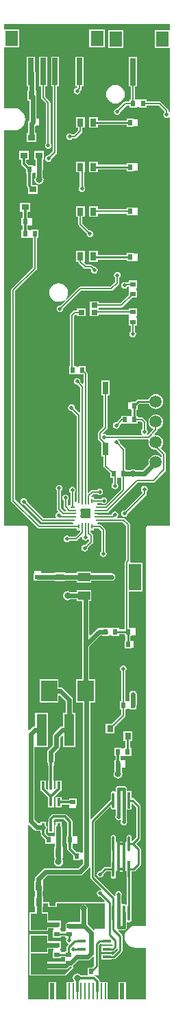
<source format=gtl>
%FSLAX25Y25*%
%MOIN*%
G70*
G01*
G75*
G04 Layer_Physical_Order=1*
G04 Layer_Color=255*
%ADD10R,0.07874X0.10000*%
%ADD11R,0.02756X0.06102*%
%ADD12R,0.02756X0.13386*%
%ADD13R,0.06299X0.07480*%
%ADD14R,0.03150X0.03937*%
%ADD15R,0.03150X0.03543*%
%ADD16R,0.03150X0.03543*%
%ADD17C,0.05906*%
%ADD18R,0.05118X0.15748*%
%ADD19R,0.03150X0.02559*%
%ADD20R,0.02362X0.00787*%
%ADD21R,0.03150X0.00787*%
%ADD22R,0.00787X0.02362*%
%ADD23R,0.00787X0.03150*%
%ADD24R,0.05118X0.05118*%
%ADD25R,0.05906X0.03937*%
%ADD26R,0.05906X0.12992*%
%ADD27R,0.01063X0.07874*%
%ADD28R,0.02362X0.07874*%
%ADD29R,0.02165X0.02559*%
%ADD30R,0.01575X0.03937*%
%ADD31R,0.02362X0.02756*%
%ADD32R,0.03937X0.01575*%
%ADD33R,0.01181X0.07874*%
%ADD34O,0.01181X0.07874*%
%ADD35R,0.02559X0.02165*%
%ADD36R,0.03543X0.03150*%
%ADD37R,0.03543X0.03150*%
%ADD38R,0.02756X0.02362*%
%ADD39R,0.03937X0.03150*%
%ADD40R,0.07874X0.07874*%
%ADD41C,0.00787*%
%ADD42C,0.01000*%
%ADD43C,0.02362*%
%ADD44C,0.01181*%
%ADD45C,0.01575*%
%ADD46C,0.03150*%
%ADD47C,0.01969*%
G36*
X65227Y-381760D02*
Y-396529D01*
X63479Y-398276D01*
X63017Y-398085D01*
Y-396329D01*
X62925Y-395868D01*
X62664Y-395478D01*
X62274Y-395217D01*
X61813Y-395125D01*
X61352Y-395217D01*
X60961Y-395478D01*
X60700Y-395868D01*
X60609Y-396329D01*
Y-398716D01*
X60130Y-398861D01*
X60105Y-398824D01*
X59715Y-398563D01*
X59254Y-398471D01*
X56695D01*
X56234Y-398563D01*
X55843Y-398824D01*
X55818Y-398861D01*
X55340Y-398716D01*
Y-396329D01*
X55248Y-395868D01*
X54987Y-395478D01*
X54596Y-395217D01*
X54136Y-395125D01*
X53675Y-395217D01*
X53284Y-395478D01*
X53023Y-395868D01*
X52931Y-396329D01*
Y-403022D01*
X53023Y-403483D01*
X53024Y-403484D01*
Y-408148D01*
X53023Y-408148D01*
X52931Y-408609D01*
Y-410844D01*
X50131D01*
X50131Y-410844D01*
X49705Y-410928D01*
X49345Y-411170D01*
X49345Y-411170D01*
X47705Y-412809D01*
X47677Y-412804D01*
X47063Y-412926D01*
X46542Y-413274D01*
X46194Y-413795D01*
X46071Y-414409D01*
X46194Y-415024D01*
X46542Y-415545D01*
X47063Y-415893D01*
X47677Y-416015D01*
X48292Y-415893D01*
X48812Y-415545D01*
X49161Y-415024D01*
X49283Y-414409D01*
X49277Y-414382D01*
X50591Y-413068D01*
X52931D01*
Y-415302D01*
X53023Y-415763D01*
X53284Y-416154D01*
X53675Y-416415D01*
X54136Y-416506D01*
X54596Y-416415D01*
X54987Y-416154D01*
X55248Y-415763D01*
X55340Y-415302D01*
Y-412915D01*
X55818Y-412770D01*
X55843Y-412807D01*
X56234Y-413068D01*
X56695Y-413160D01*
X59254D01*
X59715Y-413068D01*
X60105Y-412807D01*
X60153Y-412736D01*
X60632Y-412881D01*
Y-416483D01*
X60701D01*
Y-429048D01*
X60222Y-429193D01*
X60105Y-429018D01*
X59715Y-428757D01*
X59254Y-428665D01*
X58793Y-428757D01*
X58540Y-428925D01*
X58100Y-428689D01*
Y-424844D01*
X58137Y-424788D01*
X58259Y-424173D01*
X58137Y-423559D01*
X57789Y-423038D01*
X57268Y-422690D01*
X56653Y-422568D01*
X56039Y-422690D01*
X55518Y-423038D01*
X55170Y-423559D01*
X55048Y-424173D01*
X55166Y-424767D01*
X54793Y-424967D01*
X54689D01*
X45100Y-415378D01*
Y-389024D01*
X52462Y-381662D01*
X52940Y-381807D01*
X53023Y-382223D01*
X53284Y-382614D01*
X53675Y-382875D01*
X54136Y-382966D01*
X54596Y-382875D01*
X54847Y-382707D01*
X55288Y-382943D01*
Y-385843D01*
X55209Y-385960D01*
X55087Y-386575D01*
X55209Y-387189D01*
X55558Y-387710D01*
X56078Y-388058D01*
X56693Y-388180D01*
X57307Y-388058D01*
X57408Y-387991D01*
X57849Y-388227D01*
D01*
X57770Y-388439D01*
Y-388439D01*
X57648Y-389053D01*
X57770Y-389668D01*
X58118Y-390189D01*
X58639Y-390537D01*
X59254Y-390659D01*
X59868Y-390537D01*
X60389Y-390189D01*
X60737Y-389668D01*
X60859Y-389053D01*
X60737Y-388439D01*
X60659Y-388321D01*
Y-382943D01*
X62994D01*
Y-380181D01*
X63456Y-379990D01*
X65227Y-381760D01*
D02*
G37*
G36*
X81674Y-3789D02*
X74327D01*
Y-12451D01*
X81674D01*
Y-43597D01*
X81523Y-43697D01*
X81082Y-43462D01*
Y-42795D01*
X81006Y-42411D01*
X80788Y-42086D01*
X77443Y-38740D01*
X77118Y-38523D01*
X76733Y-38447D01*
X70264D01*
Y-37481D01*
X66721D01*
Y-37700D01*
X65539D01*
Y-37481D01*
X64771D01*
Y-31381D01*
X65705D01*
Y-16815D01*
X61768D01*
Y-31381D01*
X62764D01*
Y-37481D01*
X61996D01*
Y-38447D01*
X60117D01*
X59797Y-38510D01*
X59733Y-38523D01*
X59407Y-38740D01*
X56140Y-42008D01*
X55984Y-41977D01*
X55370Y-42099D01*
X54849Y-42447D01*
X54501Y-42968D01*
X54379Y-43583D01*
X54501Y-44197D01*
X54849Y-44718D01*
X55370Y-45066D01*
X55984Y-45188D01*
X56599Y-45066D01*
X57120Y-44718D01*
X57468Y-44197D01*
X57590Y-43583D01*
X57559Y-43427D01*
X60533Y-40453D01*
X61996D01*
Y-41418D01*
X65539D01*
Y-41200D01*
X66721D01*
Y-41418D01*
X70264D01*
Y-40453D01*
X76318D01*
X79075Y-43211D01*
Y-43816D01*
X78943Y-43904D01*
X78595Y-44425D01*
X78473Y-45039D01*
X78595Y-45654D01*
X78943Y-46175D01*
X79464Y-46523D01*
X80079Y-46645D01*
X80693Y-46523D01*
X81214Y-46175D01*
X81674Y-46482D01*
Y-245060D01*
X70866D01*
X70482Y-245136D01*
X70157Y-245354D01*
X69939Y-245679D01*
X69863Y-246063D01*
Y-439548D01*
X64961D01*
Y-439521D01*
X63573Y-439704D01*
X62280Y-440239D01*
X61170Y-441091D01*
X60318Y-442202D01*
X59782Y-443495D01*
X59600Y-444882D01*
X59782Y-446270D01*
X60318Y-447563D01*
X61170Y-448673D01*
X62280Y-449525D01*
X63573Y-450060D01*
X64961Y-450243D01*
Y-450216D01*
X69863D01*
Y-475375D01*
X60210D01*
Y-466812D01*
X56666D01*
Y-475375D01*
X51410D01*
Y-466812D01*
X48673D01*
X47556Y-466589D01*
X47464Y-466128D01*
X47203Y-465737D01*
X47203Y-465737D01*
X45496Y-464030D01*
X45105Y-463769D01*
X45105Y-463769D01*
X45105D01*
Y-463743D01*
X45110Y-463698D01*
D01*
X45110D01*
X45110Y-463480D01*
X46900D01*
Y-459980D01*
X46900Y-459980D01*
X46900D01*
X46792Y-459778D01*
X46797Y-459772D01*
X46893Y-459627D01*
X46978Y-459202D01*
X46978Y-459202D01*
X46978Y-459202D01*
Y-459202D01*
Y-448807D01*
X47633Y-448152D01*
X48363D01*
Y-448418D01*
X53481D01*
Y-448418D01*
X53613D01*
X53967Y-448771D01*
Y-449049D01*
X53613Y-449402D01*
X53481D01*
Y-449402D01*
X48363D01*
Y-452158D01*
X53481D01*
Y-451892D01*
X54023D01*
X54023Y-451892D01*
X54449Y-451807D01*
X54809Y-451566D01*
X55865Y-450511D01*
X56154Y-450704D01*
X56203Y-451201D01*
X53996Y-453408D01*
X53481D01*
Y-453142D01*
X48363D01*
Y-455898D01*
X53481D01*
Y-455632D01*
X54456D01*
X54456Y-455632D01*
X54882Y-455547D01*
X55243Y-455306D01*
X58227Y-452322D01*
X58227Y-452322D01*
X58468Y-451961D01*
X58553Y-451535D01*
X58553Y-451535D01*
Y-444488D01*
X58553Y-444488D01*
X58468Y-444063D01*
X58227Y-443702D01*
X56600Y-442075D01*
X56695Y-441602D01*
X59254D01*
X59791Y-441495D01*
X60247Y-441190D01*
X60552Y-440734D01*
X60659Y-440197D01*
X60659Y-440197D01*
X60659Y-440197D01*
Y-440197D01*
Y-437742D01*
X61100Y-437506D01*
X61352Y-437675D01*
X61813Y-437766D01*
X62274Y-437675D01*
X62664Y-437414D01*
X62925Y-437023D01*
X63017Y-436562D01*
Y-429869D01*
X62925Y-429408D01*
X62925Y-429407D01*
Y-416483D01*
X62994D01*
Y-413068D01*
X63832D01*
X63832Y-413068D01*
X64257Y-412983D01*
X64618Y-412742D01*
X67164Y-410196D01*
X67405Y-409835D01*
X67490Y-409410D01*
X67490Y-409410D01*
X67490Y-409410D01*
Y-409409D01*
Y-402402D01*
X67490Y-402402D01*
X67405Y-401976D01*
X67164Y-401615D01*
X65224Y-399676D01*
X67125Y-397775D01*
X67366Y-397415D01*
X67450Y-396989D01*
X67450Y-396989D01*
X67450Y-396989D01*
Y-396989D01*
Y-381299D01*
X67450Y-381299D01*
X67366Y-380874D01*
X67125Y-380513D01*
X64241Y-377630D01*
X63881Y-377389D01*
X63455Y-377304D01*
X63455Y-377304D01*
X62994D01*
Y-373888D01*
X60659D01*
Y-372876D01*
X60552Y-372338D01*
X60247Y-371882D01*
X59791Y-371578D01*
X59254Y-371471D01*
X56695D01*
X56157Y-371578D01*
X55701Y-371882D01*
X55397Y-372338D01*
X55290Y-372876D01*
Y-373890D01*
X54849Y-374125D01*
X54596Y-373957D01*
X54136Y-373865D01*
X53675Y-373957D01*
X53284Y-374218D01*
X53023Y-374608D01*
X52931Y-375069D01*
Y-378048D01*
X43321Y-387658D01*
X42859Y-387467D01*
Y-330861D01*
X45188D01*
Y-319679D01*
X42466D01*
Y-303710D01*
X47910Y-298266D01*
X48586D01*
Y-298429D01*
X52129D01*
Y-298210D01*
X53311D01*
Y-298429D01*
X56854D01*
Y-297580D01*
X59496D01*
Y-298429D01*
X60148D01*
Y-300810D01*
X59587D01*
Y-304550D01*
X62933D01*
Y-304330D01*
X64128D01*
Y-301030D01*
X62933D01*
Y-300810D01*
X62372D01*
Y-298429D01*
X63039D01*
Y-298210D01*
X64830D01*
Y-294710D01*
X63039D01*
Y-294492D01*
X61788D01*
Y-276937D01*
X68265D01*
Y-262763D01*
X62793D01*
X62195Y-262364D01*
X62271Y-261980D01*
Y-244339D01*
X62208Y-244018D01*
X62195Y-243955D01*
X61977Y-243629D01*
X59841Y-241493D01*
X59516Y-241276D01*
X59132Y-241199D01*
X56362D01*
X56057Y-240742D01*
X56405Y-240221D01*
X56527Y-239606D01*
X56405Y-238992D01*
X56057Y-238471D01*
X55536Y-238123D01*
X54921Y-238001D01*
X54307Y-238123D01*
X53786Y-238471D01*
X53438Y-238992D01*
X53316Y-239606D01*
X53301Y-239624D01*
X46400D01*
Y-238482D01*
X51144D01*
X51528Y-238405D01*
X51853Y-238188D01*
X66124Y-223917D01*
X73543D01*
X73927Y-223840D01*
X74253Y-223623D01*
X79457Y-218419D01*
X79674Y-218094D01*
X79751Y-217710D01*
X79751Y-217710D01*
X79751Y-217710D01*
Y-217710D01*
Y-210115D01*
X79687Y-209794D01*
X79674Y-209731D01*
X79457Y-209405D01*
X77310Y-207258D01*
X77337Y-206846D01*
X77905Y-206106D01*
X78262Y-205244D01*
X78384Y-204319D01*
X78262Y-203394D01*
X77905Y-202532D01*
X77337Y-201792D01*
X76597Y-201224D01*
X75735Y-200867D01*
X74810Y-200745D01*
X74264Y-200817D01*
X74043Y-200369D01*
X75520Y-198892D01*
X75737Y-198566D01*
X75814Y-198182D01*
X75814Y-198182D01*
X75814Y-198182D01*
Y-198182D01*
Y-197760D01*
X76597Y-197435D01*
X77337Y-196867D01*
X77905Y-196127D01*
X78262Y-195265D01*
X78384Y-194340D01*
X78262Y-193415D01*
X77905Y-192553D01*
X77337Y-191813D01*
X76597Y-191245D01*
X75735Y-190888D01*
X74810Y-190766D01*
X73885Y-190888D01*
X73023Y-191245D01*
X72283Y-191813D01*
X71715Y-192553D01*
X71358Y-193415D01*
X71236Y-194340D01*
X71358Y-195265D01*
X71715Y-196127D01*
X72283Y-196867D01*
X73023Y-197435D01*
X73396Y-197589D01*
X73493Y-198080D01*
X70907Y-200666D01*
X70422Y-200544D01*
X70357Y-200329D01*
X70387Y-200309D01*
X70735Y-199788D01*
X70858Y-199173D01*
X70735Y-198559D01*
X70387Y-198038D01*
X70256Y-197950D01*
Y-194528D01*
X70179Y-194143D01*
X69962Y-193818D01*
X68714Y-192571D01*
X68389Y-192353D01*
X68005Y-192277D01*
X66091D01*
Y-191411D01*
X65332D01*
Y-188450D01*
X65894D01*
Y-186479D01*
X66741Y-185632D01*
X71435D01*
X71715Y-186307D01*
X72283Y-187047D01*
X73023Y-187615D01*
X73885Y-187972D01*
X74810Y-188094D01*
X75735Y-187972D01*
X76597Y-187615D01*
X77337Y-187047D01*
X77905Y-186307D01*
X78262Y-185445D01*
X78384Y-184520D01*
X78262Y-183595D01*
X77905Y-182733D01*
X77337Y-181993D01*
X76597Y-181425D01*
X75735Y-181068D01*
X74810Y-180946D01*
X73885Y-181068D01*
X73023Y-181425D01*
X72283Y-181993D01*
X71715Y-182733D01*
X71435Y-183408D01*
X66280D01*
X66280Y-183408D01*
X65855Y-183493D01*
X65494Y-183734D01*
X64518Y-184710D01*
X62547D01*
Y-184930D01*
X61352D01*
Y-188230D01*
X62547D01*
Y-188450D01*
X63108D01*
Y-191411D01*
X62548D01*
Y-191630D01*
X61367D01*
Y-191411D01*
X57824D01*
Y-192576D01*
X57682Y-192670D01*
X55746Y-194606D01*
X55590Y-194576D01*
X54976Y-194698D01*
X54455Y-195046D01*
X54107Y-195567D01*
X53985Y-196181D01*
X54107Y-196796D01*
X54455Y-197317D01*
X54976Y-197664D01*
X55590Y-197787D01*
X56205Y-197664D01*
X56726Y-197317D01*
X57074Y-196796D01*
X57196Y-196181D01*
X57165Y-196026D01*
X57842Y-195349D01*
X61367D01*
Y-195130D01*
X62548D01*
Y-195349D01*
X66091D01*
Y-194284D01*
X67589D01*
X68248Y-194943D01*
Y-197950D01*
X68117Y-198038D01*
X67769Y-198559D01*
X67646Y-199173D01*
X67769Y-199788D01*
X68117Y-200309D01*
X68147Y-200329D01*
X68002Y-200807D01*
X50869D01*
X50781Y-200676D01*
X50260Y-200328D01*
X49646Y-200205D01*
X49352Y-200264D01*
X49116Y-199823D01*
X51103Y-197836D01*
X51321Y-197510D01*
X51397Y-197126D01*
X51397Y-197126D01*
X51397Y-197126D01*
Y-197126D01*
Y-181595D01*
X52362D01*
Y-174311D01*
X48425D01*
Y-181595D01*
X49390D01*
Y-196710D01*
X46968Y-199133D01*
X46750Y-199459D01*
X46674Y-199843D01*
X46674Y-199843D01*
X46674D01*
X46674Y-199843D01*
X46674D01*
Y-202626D01*
X46750Y-203010D01*
X46968Y-203336D01*
X48425Y-204794D01*
Y-211319D01*
X49390D01*
Y-215776D01*
X49390Y-215776D01*
X49390D01*
X49467Y-216160D01*
X49684Y-216486D01*
X52526Y-219328D01*
Y-221649D01*
X53918D01*
Y-224249D01*
X53786Y-224337D01*
X53438Y-224858D01*
X53316Y-225472D01*
X53438Y-226087D01*
X53786Y-226608D01*
X54307Y-226956D01*
X54921Y-227078D01*
X55536Y-226956D01*
X56057Y-226608D01*
X56405Y-226087D01*
X56527Y-225472D01*
X56405Y-224858D01*
X56057Y-224337D01*
X55925Y-224249D01*
Y-221649D01*
X56069D01*
Y-221430D01*
X57250D01*
Y-221649D01*
X58019D01*
Y-227216D01*
X50334Y-234900D01*
X46794D01*
X46786Y-234901D01*
X46400Y-234584D01*
Y-233757D01*
X48263D01*
X48351Y-233889D01*
X48872Y-234237D01*
X49486Y-234360D01*
X50101Y-234237D01*
X50621Y-233889D01*
X50970Y-233368D01*
X51092Y-232754D01*
X50970Y-232139D01*
X50621Y-231618D01*
X50101Y-231270D01*
X49486Y-231148D01*
X48872Y-231270D01*
X48351Y-231618D01*
X48263Y-231750D01*
X44628D01*
Y-230982D01*
X43413D01*
X43222Y-230520D01*
X44274Y-229468D01*
X46296D01*
X46384Y-229600D01*
X46905Y-229948D01*
X47520Y-230070D01*
X48134Y-229948D01*
X48655Y-229600D01*
X49003Y-229079D01*
X49125Y-228465D01*
X49003Y-227850D01*
X48655Y-227329D01*
X48134Y-226981D01*
X47520Y-226859D01*
X46905Y-226981D01*
X46384Y-227329D01*
X46296Y-227461D01*
X43858D01*
X43474Y-227537D01*
X43149Y-227755D01*
X41960Y-228944D01*
X41498Y-228752D01*
Y-170852D01*
X41422Y-170468D01*
X41204Y-170143D01*
X40754Y-169692D01*
Y-167371D01*
X37211D01*
Y-167590D01*
X36029D01*
Y-167371D01*
X34862D01*
Y-142896D01*
X35674Y-142084D01*
X36395D01*
Y-142950D01*
X40725D01*
Y-139210D01*
X36395D01*
Y-140076D01*
X35259D01*
X34875Y-140153D01*
X34549Y-140370D01*
X33149Y-141771D01*
X32931Y-142096D01*
X32855Y-142480D01*
X32855Y-142480D01*
X32855D01*
X32855Y-142480D01*
X32855D01*
Y-167371D01*
X32486D01*
Y-171309D01*
X36029D01*
Y-171090D01*
X37211D01*
Y-171309D01*
X39491D01*
Y-175607D01*
X39029Y-175799D01*
X38071Y-174841D01*
X38102Y-174685D01*
X37980Y-174071D01*
X37631Y-173550D01*
X37110Y-173202D01*
X36496Y-173079D01*
X35882Y-173202D01*
X35361Y-173550D01*
X35013Y-174071D01*
X34890Y-174685D01*
X35013Y-175300D01*
X35361Y-175820D01*
X35882Y-176169D01*
X36496Y-176291D01*
X36652Y-176260D01*
X37916Y-177524D01*
Y-189623D01*
X37454Y-189814D01*
X35315Y-187675D01*
X35346Y-187520D01*
X35224Y-186905D01*
X34876Y-186384D01*
X34355Y-186036D01*
X33740Y-185914D01*
X33126Y-186036D01*
X32605Y-186384D01*
X32257Y-186905D01*
X32135Y-187520D01*
X32257Y-188134D01*
X32605Y-188655D01*
X33126Y-189003D01*
X33740Y-189125D01*
X33896Y-189094D01*
X36341Y-191540D01*
Y-232754D01*
X36343Y-232761D01*
X36026Y-233148D01*
X35199D01*
Y-228765D01*
X35331Y-228677D01*
X35679Y-228156D01*
X35801Y-227542D01*
X35679Y-226927D01*
X35331Y-226406D01*
X34810Y-226058D01*
X34195Y-225936D01*
X33581Y-226058D01*
X33060Y-226406D01*
X32712Y-226927D01*
X32590Y-227542D01*
X32712Y-228156D01*
X33060Y-228677D01*
X33192Y-228765D01*
Y-234919D01*
X32424D01*
Y-235154D01*
X32246Y-235228D01*
X31830Y-234950D01*
Y-232601D01*
X31962Y-232513D01*
X32310Y-231992D01*
X32432Y-231378D01*
X32310Y-230764D01*
X31962Y-230243D01*
X31441Y-229894D01*
X30827Y-229772D01*
X30212Y-229894D01*
X29691Y-230243D01*
X29343Y-230764D01*
X29221Y-231378D01*
X29343Y-231992D01*
X29691Y-232513D01*
X29823Y-232601D01*
Y-235630D01*
X29823Y-235630D01*
X29823D01*
X29900Y-236014D01*
X30117Y-236339D01*
X31365Y-237588D01*
X31174Y-238050D01*
X30217D01*
X28720Y-236553D01*
Y-227916D01*
X28852Y-227828D01*
X29200Y-227307D01*
X29322Y-226693D01*
X29200Y-226079D01*
X28852Y-225557D01*
X28331Y-225209D01*
X27716Y-225087D01*
X27102Y-225209D01*
X26581Y-225557D01*
X26233Y-226079D01*
X26111Y-226693D01*
X26233Y-227307D01*
X26581Y-227828D01*
X26713Y-227916D01*
Y-236968D01*
X26789Y-237353D01*
X27007Y-237678D01*
X27282Y-237953D01*
X27136Y-238431D01*
X26905Y-238477D01*
X26384Y-238825D01*
X26036Y-239346D01*
X25914Y-239961D01*
X26036Y-240575D01*
X26159Y-240758D01*
X25923Y-241199D01*
X20099D01*
X12165Y-233266D01*
X12196Y-233110D01*
X12074Y-232496D01*
X11726Y-231975D01*
X11205Y-231627D01*
X10591Y-231505D01*
X9976Y-231627D01*
X9455Y-231975D01*
X9107Y-232496D01*
X8985Y-233110D01*
X9107Y-233725D01*
X9455Y-234246D01*
X9976Y-234594D01*
X10591Y-234716D01*
X10746Y-234685D01*
X18973Y-242912D01*
X19299Y-243130D01*
X19363Y-243143D01*
X19683Y-243206D01*
X34195D01*
X34203Y-243205D01*
X34589Y-243522D01*
Y-244349D01*
X18485D01*
X6476Y-232340D01*
Y-130691D01*
X16604Y-120563D01*
X16821Y-120238D01*
X16898Y-119854D01*
Y-104969D01*
X17666D01*
Y-101031D01*
X14123D01*
Y-101250D01*
X12942D01*
Y-101031D01*
X12374D01*
Y-99019D01*
X12942D01*
Y-98800D01*
X14732D01*
Y-95300D01*
X12942D01*
Y-95082D01*
X12374D01*
Y-92077D01*
X13532D01*
Y-87746D01*
X8808D01*
Y-92077D01*
X9966D01*
Y-95082D01*
X9398D01*
Y-99019D01*
X9966D01*
Y-101031D01*
X9398D01*
Y-104969D01*
X12942D01*
Y-104750D01*
X14123D01*
Y-104969D01*
X14891D01*
Y-119438D01*
X4763Y-129566D01*
X4545Y-129892D01*
X4469Y-130276D01*
X4469Y-130276D01*
X4469D01*
X4469Y-130276D01*
X4469D01*
Y-232756D01*
X4469Y-232756D01*
X4469D01*
X4545Y-233140D01*
X4763Y-233466D01*
X17359Y-246062D01*
X17685Y-246279D01*
X17749Y-246292D01*
X18069Y-246356D01*
X36361D01*
Y-247124D01*
X37916D01*
Y-247909D01*
X35529Y-250296D01*
X32798D01*
X32710Y-250164D01*
X32189Y-249816D01*
X31575Y-249694D01*
X30960Y-249816D01*
X30439Y-250164D01*
X30091Y-250685D01*
X29969Y-251299D01*
X30091Y-251914D01*
X30439Y-252435D01*
X30960Y-252783D01*
X31575Y-252905D01*
X32189Y-252783D01*
X32710Y-252435D01*
X32798Y-252303D01*
X35945D01*
X36329Y-252226D01*
X36654Y-252009D01*
X38468Y-250195D01*
X38909Y-250431D01*
X38889Y-250534D01*
X39011Y-251148D01*
X39359Y-251669D01*
X39880Y-252017D01*
X40494Y-252139D01*
X41109Y-252017D01*
X41630Y-251669D01*
X41746Y-251495D01*
X42225Y-251640D01*
Y-252380D01*
X40313Y-254291D01*
X40157Y-254260D01*
X39543Y-254383D01*
X39022Y-254731D01*
X38674Y-255252D01*
X38552Y-255866D01*
X38674Y-256481D01*
X39022Y-257001D01*
X39543Y-257350D01*
X40157Y-257472D01*
X40772Y-257350D01*
X41293Y-257001D01*
X41641Y-256481D01*
X41763Y-255866D01*
X41732Y-255711D01*
X43938Y-253505D01*
X44155Y-253179D01*
X44232Y-252795D01*
X44232Y-252795D01*
X44232Y-252795D01*
Y-252795D01*
Y-249685D01*
X44168Y-249365D01*
X44155Y-249301D01*
X43938Y-248975D01*
X43073Y-248110D01*
Y-247124D01*
X44628D01*
Y-246356D01*
X47141D01*
X48209Y-247424D01*
Y-257320D01*
X48077Y-257408D01*
X47729Y-257929D01*
X47607Y-258543D01*
X47729Y-259158D01*
X48077Y-259679D01*
X48598Y-260027D01*
X49213Y-260149D01*
X49827Y-260027D01*
X50348Y-259679D01*
X50696Y-259158D01*
X50818Y-258543D01*
X50696Y-257929D01*
X50348Y-257408D01*
X50216Y-257320D01*
Y-247008D01*
X50216Y-247008D01*
X50216Y-247008D01*
Y-247008D01*
X50216D01*
X50216Y-247008D01*
X50140Y-246624D01*
X49922Y-246298D01*
X48267Y-244643D01*
X47941Y-244425D01*
X47557Y-244349D01*
X46400D01*
Y-243522D01*
X46786Y-243205D01*
X46794Y-243206D01*
X58716D01*
X60264Y-244754D01*
Y-261564D01*
X60075Y-261753D01*
X59857Y-262079D01*
X59781Y-262463D01*
X59781Y-262463D01*
X59781D01*
X59781Y-262463D01*
X59781D01*
Y-294492D01*
X59496D01*
Y-295356D01*
X56854D01*
Y-294492D01*
X53311D01*
Y-294710D01*
X52129D01*
Y-294492D01*
X48586D01*
Y-294654D01*
X47162D01*
X46471Y-294791D01*
X45885Y-295183D01*
X42928Y-298139D01*
X42466Y-297948D01*
Y-281464D01*
X43462D01*
Y-276346D01*
X36375D01*
Y-277099D01*
X33076D01*
X32727Y-276865D01*
X31882Y-276697D01*
X31037Y-276865D01*
X30321Y-277344D01*
X29843Y-278060D01*
X29675Y-278905D01*
X29843Y-279750D01*
X30321Y-280466D01*
X31037Y-280945D01*
X31882Y-281113D01*
X32727Y-280945D01*
X33076Y-280712D01*
X36375D01*
Y-281464D01*
X38854D01*
Y-302962D01*
X38854Y-302962D01*
X38854D01*
Y-319679D01*
X36132D01*
Y-330861D01*
X39246D01*
Y-403750D01*
X38100D01*
Y-403532D01*
X36062D01*
X34212Y-401681D01*
Y-399698D01*
X34780D01*
Y-399480D01*
X36570D01*
Y-395980D01*
X34780D01*
Y-395761D01*
X34212D01*
Y-388795D01*
X34212Y-388795D01*
X34120Y-388334D01*
X33859Y-387944D01*
X33859Y-387944D01*
X31442Y-385526D01*
X31051Y-385265D01*
X30591Y-385174D01*
X30591Y-385174D01*
X25001D01*
X24540Y-385265D01*
X24384Y-385370D01*
X24149Y-385526D01*
X24149Y-385526D01*
X22929Y-386747D01*
X22667Y-387138D01*
X22576Y-387599D01*
X22576Y-387599D01*
Y-388983D01*
X22402D01*
Y-394101D01*
X25158D01*
Y-388983D01*
X24984D01*
Y-388098D01*
X25500Y-387582D01*
X30092D01*
X31804Y-389294D01*
Y-395761D01*
X31236D01*
Y-399698D01*
X31804D01*
Y-402180D01*
X31804Y-402180D01*
X31895Y-402641D01*
X32156Y-403031D01*
X34556Y-405431D01*
Y-407469D01*
X38100D01*
Y-407250D01*
X39246D01*
Y-409302D01*
X37126Y-411422D01*
X21181D01*
X20490Y-411559D01*
X19904Y-411951D01*
X16506Y-415349D01*
X16115Y-415935D01*
X15977Y-416626D01*
Y-417571D01*
X15618D01*
Y-422689D01*
X16057D01*
Y-425181D01*
X15698D01*
Y-430299D01*
X16084D01*
Y-432932D01*
X13362D01*
Y-441988D01*
X22418D01*
Y-440586D01*
X24850D01*
Y-441733D01*
X24632D01*
Y-445276D01*
X28569D01*
Y-444616D01*
X30780D01*
Y-445144D01*
X31209D01*
X31445Y-445584D01*
X31194Y-445960D01*
X31071Y-446575D01*
X31194Y-447189D01*
X31542Y-447710D01*
X32063Y-448058D01*
X32067Y-448059D01*
X32213Y-448538D01*
X31646Y-449104D01*
X31405Y-449465D01*
X31321Y-449890D01*
X31321Y-449890D01*
Y-451847D01*
X30580D01*
Y-452390D01*
X28569D01*
Y-451731D01*
X28350D01*
Y-450549D01*
X28569D01*
Y-447006D01*
X26761D01*
X26598Y-446974D01*
X22418D01*
Y-443720D01*
X13362D01*
Y-452775D01*
X13374D01*
Y-454507D01*
X13362D01*
Y-462883D01*
X13337Y-462944D01*
X13362Y-463005D01*
Y-463562D01*
X13747D01*
X14104Y-463710D01*
X30591D01*
X31043Y-463523D01*
X34494Y-460071D01*
X34554Y-459926D01*
X34654Y-459805D01*
X34644Y-459709D01*
X34681Y-459619D01*
X34621Y-459474D01*
X34606Y-459318D01*
X34389Y-458913D01*
X34658Y-458734D01*
X37066Y-456326D01*
X41582D01*
X42274Y-456189D01*
X42860Y-455797D01*
X44292Y-454365D01*
X44754Y-454556D01*
Y-458741D01*
X43734Y-459761D01*
X41566D01*
Y-463678D01*
X38360D01*
X38122Y-463321D01*
X37406Y-462842D01*
X36561Y-462674D01*
X35716Y-462842D01*
X35000Y-463321D01*
X34521Y-464037D01*
X34353Y-464882D01*
X34521Y-465727D01*
X34952Y-466371D01*
X34716Y-466812D01*
X31450D01*
Y-475375D01*
X26194D01*
Y-466812D01*
X22650D01*
Y-475375D01*
X12815D01*
Y-390721D01*
X13276Y-390530D01*
X15566Y-392820D01*
X15566Y-392820D01*
X15566D01*
X15566Y-392820D01*
X15566D01*
X15566Y-392820D01*
Y-392820D01*
Y-392820D01*
D01*
D01*
X15566D01*
Y-392820D01*
X16152Y-393211D01*
X16844Y-393349D01*
X18662D01*
Y-394101D01*
X18836D01*
Y-394992D01*
X18836Y-394992D01*
X18927Y-395453D01*
X19188Y-395844D01*
X20996Y-397651D01*
Y-399689D01*
X24539D01*
Y-399470D01*
X25674D01*
Y-401371D01*
X25311D01*
Y-406489D01*
X25674D01*
Y-407192D01*
X25441Y-407541D01*
X25273Y-408386D01*
X25441Y-409231D01*
X25919Y-409947D01*
X26635Y-410426D01*
X27480Y-410594D01*
X28325Y-410426D01*
X29041Y-409947D01*
X29520Y-409231D01*
X29688Y-408386D01*
X29520Y-407541D01*
X29287Y-407192D01*
Y-406489D01*
X29642D01*
Y-401371D01*
X29287D01*
Y-391582D01*
X29149Y-390891D01*
X28898Y-390515D01*
Y-388983D01*
X26142D01*
Y-390396D01*
X25811Y-390891D01*
X25674Y-391582D01*
Y-395970D01*
X24539D01*
Y-395752D01*
X22502D01*
X21244Y-394493D01*
Y-394101D01*
X21418D01*
Y-392669D01*
X21709Y-392234D01*
X21846Y-391542D01*
X21709Y-390851D01*
X21418Y-390416D01*
Y-388983D01*
X18662D01*
Y-389736D01*
X17592D01*
X15783Y-387927D01*
Y-352688D01*
X16109D01*
Y-352688D01*
X22408D01*
Y-335758D01*
X16109D01*
Y-342417D01*
X15946D01*
X15255Y-342554D01*
X14669Y-342946D01*
X13276Y-344338D01*
X12815Y-344147D01*
Y-246063D01*
X12738Y-245679D01*
X12521Y-245354D01*
X12195Y-245136D01*
X11811Y-245060D01*
X1003D01*
Y-52578D01*
X5906D01*
Y-52605D01*
X7293Y-52422D01*
X8586Y-51887D01*
X9696Y-51035D01*
X10548Y-49924D01*
X11084Y-48632D01*
X11266Y-47244D01*
X11084Y-45857D01*
X10548Y-44564D01*
X9696Y-43453D01*
X8586Y-42601D01*
X7293Y-42066D01*
X5906Y-41883D01*
Y-41910D01*
X1003D01*
Y-12380D01*
X8427D01*
Y-3718D01*
X1003D01*
Y-1003D01*
X81674D01*
Y-3789D01*
D02*
G37*
G36*
X71426Y-203230D02*
X71358Y-203394D01*
X71236Y-204319D01*
X71358Y-205244D01*
X71715Y-206106D01*
X72283Y-206846D01*
X73023Y-207414D01*
X73885Y-207771D01*
X74810Y-207893D01*
X75072Y-207858D01*
X77744Y-210530D01*
Y-211271D01*
X77295Y-211492D01*
X76597Y-210957D01*
X75735Y-210599D01*
X74810Y-210478D01*
X73885Y-210599D01*
X73023Y-210957D01*
X72283Y-211525D01*
X71715Y-212265D01*
X71358Y-213127D01*
X71236Y-214052D01*
X71355Y-214952D01*
X68454Y-217853D01*
X64855D01*
X64506Y-217620D01*
X63661Y-217452D01*
X62817Y-217620D01*
X62467Y-217853D01*
X60794D01*
Y-217711D01*
X60026D01*
Y-207762D01*
X59949Y-207378D01*
X59732Y-207053D01*
X57165Y-204486D01*
X57196Y-204331D01*
X57074Y-203716D01*
X56726Y-203195D01*
X56205Y-202847D01*
X56205Y-202847D01*
X56205D01*
Y-202847D01*
X56208Y-202815D01*
X71148D01*
X71426Y-203230D01*
D02*
G37*
G36*
X24850Y-451731D02*
X24632D01*
Y-455274D01*
X28569D01*
Y-454614D01*
X30580D01*
Y-455193D01*
X30800D01*
Y-456388D01*
X30800Y-456388D01*
X30800D01*
X30848Y-456504D01*
X30378Y-456974D01*
X17890D01*
X17199Y-457111D01*
X16613Y-457503D01*
X16221Y-458089D01*
X16084Y-458780D01*
X16221Y-459471D01*
X16613Y-460057D01*
X17199Y-460449D01*
X17890Y-460586D01*
X31127D01*
X31818Y-460449D01*
X32404Y-460057D01*
X33198Y-459263D01*
X33381D01*
X33806Y-459178D01*
X34042Y-459619D01*
X30591Y-463071D01*
X14104D01*
X13976Y-462944D01*
X14014Y-462907D01*
Y-452775D01*
X22418D01*
Y-450586D01*
X24850D01*
Y-451731D01*
D02*
G37*
G36*
X50000Y-441024D02*
X44961D01*
Y-441398D01*
X44499Y-441590D01*
X41609Y-438701D01*
Y-431063D01*
X41472Y-430372D01*
X41080Y-429786D01*
X40494Y-429394D01*
X39803Y-429257D01*
X39112Y-429394D01*
X38526Y-429786D01*
X38134Y-430372D01*
X37997Y-431063D01*
Y-437727D01*
X32650D01*
X31959Y-437864D01*
X31373Y-438256D01*
X30981Y-438842D01*
X30844Y-439533D01*
X30981Y-440225D01*
X31104Y-440408D01*
X31000Y-440602D01*
X31000D01*
X31000Y-440602D01*
Y-441797D01*
X30780D01*
Y-442392D01*
X28569D01*
Y-441733D01*
X28350D01*
Y-440552D01*
X28569D01*
Y-437008D01*
X26774D01*
X26600Y-436974D01*
X22418D01*
Y-432932D01*
X19696D01*
Y-430299D01*
X20029D01*
Y-428504D01*
X22391D01*
Y-430299D01*
X26722D01*
Y-428504D01*
X50000D01*
Y-441024D01*
D02*
G37*
G36*
X42876Y-411371D02*
Y-415838D01*
X42876Y-415838D01*
X42961Y-416264D01*
X43202Y-416625D01*
X48212Y-421635D01*
X47976Y-422076D01*
X47677Y-422016D01*
X47063Y-422139D01*
X46542Y-422487D01*
X46194Y-423008D01*
X46071Y-423622D01*
X46194Y-424236D01*
X46542Y-424757D01*
X47063Y-425105D01*
X47677Y-425228D01*
X47705Y-425222D01*
X49885Y-427403D01*
X49694Y-427865D01*
X26722D01*
X26270Y-428052D01*
X26083Y-428504D01*
Y-429660D01*
X23030D01*
Y-428504D01*
X22843Y-428052D01*
X22391Y-427865D01*
X20029D01*
Y-425181D01*
X19670D01*
Y-422689D01*
X19949D01*
Y-417571D01*
X19949D01*
X19949Y-417015D01*
X21929Y-415035D01*
X37874D01*
X38565Y-414897D01*
X39151Y-414506D01*
X42329Y-411328D01*
X42398Y-411225D01*
X42876Y-411371D01*
D02*
G37*
%LPC*%
G36*
X69252Y-225599D02*
X68638Y-225721D01*
X68117Y-226069D01*
X67769Y-226590D01*
X67646Y-227205D01*
X67769Y-227819D01*
X68117Y-228340D01*
X68248Y-228428D01*
Y-228954D01*
X59762Y-237441D01*
X59606Y-237410D01*
X58992Y-237532D01*
X58471Y-237880D01*
X58123Y-238401D01*
X58001Y-239016D01*
X58123Y-239630D01*
X58471Y-240151D01*
X58992Y-240499D01*
X59606Y-240621D01*
X60221Y-240499D01*
X60742Y-240151D01*
X61090Y-239630D01*
X61212Y-239016D01*
X61181Y-238860D01*
X69962Y-230080D01*
X70179Y-229754D01*
X70256Y-229370D01*
X70256Y-229370D01*
X70256Y-229370D01*
Y-229370D01*
Y-228428D01*
X70387Y-228340D01*
X70735Y-227819D01*
X70858Y-227205D01*
X70735Y-226590D01*
X70387Y-226069D01*
X69866Y-225721D01*
X69252Y-225599D01*
D02*
G37*
G36*
X56063Y-121505D02*
X55449Y-121627D01*
X54928Y-121975D01*
X54580Y-122496D01*
X54457Y-123110D01*
X54580Y-123725D01*
X54928Y-124246D01*
X55059Y-124334D01*
Y-126395D01*
X52734Y-128721D01*
X37874D01*
X37554Y-128785D01*
X37490Y-128797D01*
X37164Y-129015D01*
X31295Y-134884D01*
X30919Y-134554D01*
Y-134554D01*
X30919Y-134554D01*
D01*
X31514Y-133779D01*
X31970Y-132678D01*
X32126Y-131496D01*
X31970Y-130314D01*
X31514Y-129213D01*
X30788Y-128267D01*
X29842Y-127541D01*
X28741Y-127085D01*
X27559Y-126929D01*
X26377Y-127085D01*
X25276Y-127541D01*
X24330Y-128267D01*
X23604Y-129213D01*
X23148Y-130314D01*
X22992Y-131496D01*
X23148Y-132678D01*
X23604Y-133779D01*
X24330Y-134725D01*
X25276Y-135451D01*
X26377Y-135907D01*
X27559Y-136063D01*
X28741Y-135907D01*
X29842Y-135451D01*
X30617Y-134856D01*
X30947Y-135232D01*
X28305Y-137874D01*
X28150Y-137843D01*
X27535Y-137965D01*
X27014Y-138313D01*
X26666Y-138834D01*
X26544Y-139449D01*
X26666Y-140063D01*
X27014Y-140584D01*
X27535Y-140932D01*
X28150Y-141054D01*
X28764Y-140932D01*
X29285Y-140584D01*
X29633Y-140063D01*
X29755Y-139449D01*
X29724Y-139293D01*
X38290Y-130728D01*
X53150D01*
X53534Y-130651D01*
X53859Y-130434D01*
X56773Y-127521D01*
X56990Y-127195D01*
X57003Y-127131D01*
X57067Y-126811D01*
Y-124334D01*
X57198Y-124246D01*
X57546Y-123725D01*
X57669Y-123110D01*
X57546Y-122496D01*
X57198Y-121975D01*
X56677Y-121627D01*
X56063Y-121505D01*
D02*
G37*
G36*
X40302Y-111344D02*
X35971D01*
Y-116462D01*
X37133D01*
Y-116523D01*
X37210Y-116907D01*
X37427Y-117232D01*
X39960Y-119765D01*
X39960D01*
X39960Y-119765D01*
X39960D01*
X39960Y-119765D01*
Y-119765D01*
X39960Y-119765D01*
Y-119765D01*
X40285Y-119982D01*
X40669Y-120059D01*
X42970D01*
X43386Y-120474D01*
X43355Y-120630D01*
X43477Y-121244D01*
X43825Y-121765D01*
X44346Y-122113D01*
X44961Y-122236D01*
X45575Y-122113D01*
X46096Y-121765D01*
X46444Y-121244D01*
X46566Y-120630D01*
X46444Y-120016D01*
X46096Y-119495D01*
X45575Y-119147D01*
X44961Y-119024D01*
X44805Y-119055D01*
X44095Y-118345D01*
X43770Y-118128D01*
X43386Y-118052D01*
X41085D01*
X39957Y-116924D01*
X40148Y-116462D01*
X40302D01*
Y-111344D01*
D02*
G37*
G36*
X65518Y-125716D02*
X61581D01*
Y-126484D01*
X60128D01*
X60036Y-126503D01*
X59595Y-126415D01*
X58981Y-126537D01*
X58460Y-126885D01*
X58112Y-127406D01*
X57990Y-128021D01*
X58112Y-128635D01*
X58460Y-129156D01*
X58981Y-129504D01*
X59595Y-129626D01*
X60210Y-129504D01*
X60731Y-129156D01*
X61079Y-128635D01*
X61084Y-128610D01*
X61581Y-128658D01*
Y-129259D01*
X61800D01*
Y-130441D01*
X61581D01*
Y-132762D01*
X57613Y-136730D01*
X47025D01*
Y-135863D01*
X42694D01*
Y-139604D01*
Y-142950D01*
X47025D01*
Y-142071D01*
X61581D01*
Y-142840D01*
X61800D01*
Y-144021D01*
X61581D01*
Y-147564D01*
X62618D01*
Y-150391D01*
X62487Y-150479D01*
X62139Y-151000D01*
X62016Y-151614D01*
X62139Y-152229D01*
X62487Y-152750D01*
X63008Y-153098D01*
X63622Y-153220D01*
X64236Y-153098D01*
X64757Y-152750D01*
X65105Y-152229D01*
X65228Y-151614D01*
X65105Y-151000D01*
X64757Y-150479D01*
X64626Y-150391D01*
Y-147564D01*
X65518D01*
Y-144021D01*
X65300D01*
Y-142840D01*
X65518D01*
Y-139296D01*
X61581D01*
Y-140064D01*
X47025D01*
Y-139604D01*
Y-138737D01*
X58029D01*
X58413Y-138661D01*
X58738Y-138443D01*
X63198Y-133984D01*
X65518D01*
Y-130441D01*
X65300D01*
Y-129259D01*
X65518D01*
Y-125716D01*
D02*
G37*
G36*
X63357Y-344928D02*
X59026D01*
Y-349652D01*
X59990D01*
Y-353051D01*
X59331D01*
Y-353270D01*
X58149D01*
Y-353051D01*
X54606D01*
Y-356989D01*
X55174D01*
Y-358741D01*
X54696D01*
Y-360231D01*
X54611Y-360660D01*
Y-364436D01*
X54378Y-364785D01*
X54210Y-365630D01*
X54378Y-366475D01*
X54856Y-367191D01*
X55572Y-367670D01*
X56417Y-367838D01*
X57262Y-367670D01*
X57978Y-367191D01*
X58457Y-366475D01*
X58625Y-365630D01*
X58457Y-364785D01*
X58224Y-364436D01*
Y-362679D01*
X58239D01*
Y-362460D01*
X60030D01*
Y-358960D01*
X58239D01*
Y-358741D01*
X57582D01*
Y-356989D01*
X58149D01*
Y-356770D01*
X59331D01*
Y-356989D01*
X62874D01*
Y-353051D01*
X62214D01*
Y-349652D01*
X63357D01*
Y-344928D01*
D02*
G37*
G36*
X28898Y-376779D02*
X26142D01*
Y-381897D01*
X28898D01*
Y-380542D01*
X32570D01*
Y-381016D01*
X32790D01*
Y-382212D01*
X32840Y-382162D01*
X36090D01*
Y-381016D01*
X36310D01*
Y-377670D01*
X32570D01*
Y-378133D01*
X28898D01*
Y-376779D01*
D02*
G37*
G36*
X27471Y-319679D02*
X18416D01*
Y-330861D01*
X27471D01*
Y-327687D01*
X27933Y-327495D01*
X30838Y-330400D01*
Y-335758D01*
X29495D01*
Y-342417D01*
X29341D01*
X28650Y-342554D01*
X28064Y-342946D01*
X25179Y-345830D01*
X24788Y-346416D01*
X24650Y-347107D01*
Y-351497D01*
X22503Y-353644D01*
X22111Y-354230D01*
X21974Y-354922D01*
Y-359158D01*
X22111Y-359849D01*
X22402Y-360284D01*
Y-361717D01*
X22576D01*
Y-368803D01*
X22402D01*
Y-372920D01*
X21940Y-373111D01*
X21418Y-372589D01*
Y-368803D01*
X18662D01*
Y-373921D01*
X19344D01*
X22402Y-376979D01*
Y-381897D01*
X25158D01*
Y-376979D01*
X28216Y-373921D01*
X28898D01*
Y-368803D01*
X26142D01*
Y-372589D01*
X25620Y-373111D01*
X25158Y-372920D01*
Y-368803D01*
X24984D01*
Y-361717D01*
X25158D01*
Y-360284D01*
X25449Y-359849D01*
X25586Y-359158D01*
Y-355670D01*
X27734Y-353522D01*
X28126Y-352936D01*
X28263Y-352245D01*
X28263Y-352245D01*
X28263Y-352245D01*
Y-352245D01*
Y-347856D01*
X29033Y-347086D01*
X29495Y-347277D01*
Y-352688D01*
X35794D01*
Y-335758D01*
X34451D01*
Y-329652D01*
X34313Y-328961D01*
X33922Y-328375D01*
X29539Y-323993D01*
X28953Y-323601D01*
X28262Y-323464D01*
X27471D01*
Y-319679D01*
D02*
G37*
G36*
X18980Y-266972D02*
X15680D01*
Y-268167D01*
X15460D01*
Y-271514D01*
X16641D01*
X16648Y-271519D01*
X17340Y-271656D01*
X25591D01*
Y-272012D01*
X30709D01*
Y-271656D01*
X36375D01*
Y-272409D01*
X43462D01*
Y-271656D01*
X53236D01*
X53927Y-271519D01*
X54513Y-271127D01*
X54905Y-270541D01*
X55042Y-269850D01*
X54905Y-269159D01*
X54513Y-268573D01*
X53927Y-268181D01*
X53236Y-268044D01*
X43462D01*
Y-267291D01*
X36375D01*
Y-268044D01*
X30709D01*
Y-267681D01*
X25591D01*
Y-268044D01*
X18980D01*
Y-266972D01*
D02*
G37*
G36*
X58958Y-312822D02*
X58343Y-312945D01*
X57822Y-313293D01*
X57474Y-313814D01*
X57352Y-314428D01*
X57474Y-315042D01*
X57822Y-315563D01*
X57954Y-315651D01*
Y-330161D01*
X57186D01*
Y-334099D01*
X57954D01*
Y-336706D01*
X53473Y-341188D01*
X50365D01*
Y-345912D01*
X54695D01*
Y-342804D01*
X59667Y-337832D01*
X59885Y-337506D01*
X59898Y-337442D01*
X59961Y-337122D01*
Y-334099D01*
X60729D01*
Y-333880D01*
X61911D01*
Y-334099D01*
X65454D01*
Y-332305D01*
X65489Y-332130D01*
Y-326989D01*
X65351Y-326298D01*
X64960Y-325712D01*
X64373Y-325320D01*
X63682Y-325183D01*
X62991Y-325320D01*
X62405Y-325712D01*
X62013Y-326298D01*
X61876Y-326989D01*
Y-330380D01*
X60729D01*
Y-330161D01*
X59961D01*
Y-315651D01*
X60093Y-315563D01*
X60441Y-315042D01*
X60563Y-314428D01*
X60441Y-313814D01*
X60093Y-313293D01*
X59572Y-312945D01*
X58958Y-312822D01*
D02*
G37*
G36*
X46601Y-111344D02*
X42271D01*
Y-116462D01*
X46601D01*
Y-115452D01*
X60576D01*
Y-116308D01*
X64119D01*
Y-116090D01*
X65910D01*
Y-112590D01*
X64119D01*
Y-112372D01*
X60576D01*
Y-113228D01*
X46601D01*
Y-111344D01*
D02*
G37*
G36*
Y-46274D02*
X42271D01*
Y-51392D01*
X46601D01*
Y-50002D01*
X60576D01*
Y-50858D01*
X64119D01*
Y-50640D01*
X65910D01*
Y-47140D01*
X64119D01*
Y-46922D01*
X60576D01*
Y-47778D01*
X46601D01*
Y-46274D01*
D02*
G37*
G36*
X40302D02*
X35971D01*
Y-51392D01*
X37133D01*
Y-52589D01*
X35017Y-54705D01*
X34137D01*
X34049Y-54573D01*
X33528Y-54225D01*
X32913Y-54103D01*
X32299Y-54225D01*
X31778Y-54573D01*
X31430Y-55094D01*
X31308Y-55709D01*
X31430Y-56323D01*
X31778Y-56844D01*
X32299Y-57192D01*
X32913Y-57314D01*
X33528Y-57192D01*
X34049Y-56844D01*
X34137Y-56712D01*
X35433D01*
X35817Y-56636D01*
X36143Y-56418D01*
X38846Y-53715D01*
X39064Y-53389D01*
X39140Y-53005D01*
Y-51392D01*
X40302D01*
Y-46274D01*
D02*
G37*
G36*
X15947Y-16744D02*
X12010D01*
Y-31310D01*
X12550D01*
Y-33071D01*
X12191D01*
Y-38189D01*
X13203D01*
Y-47812D01*
X13033Y-47982D01*
X12641Y-48568D01*
X12504Y-49260D01*
Y-53985D01*
X11948D01*
Y-58315D01*
X16672D01*
Y-53985D01*
X16116D01*
Y-50430D01*
X16683D01*
Y-50210D01*
X17878D01*
Y-46910D01*
X16816D01*
Y-36283D01*
X16679Y-35592D01*
X16522Y-35357D01*
Y-33071D01*
X16163D01*
Y-24405D01*
X16025Y-23714D01*
X15947Y-23596D01*
Y-16744D01*
D02*
G37*
G36*
X55118Y-30473D02*
X53936Y-30628D01*
X52835Y-31085D01*
X51889Y-31810D01*
X51163Y-32756D01*
X50707Y-33858D01*
X50551Y-35039D01*
X50707Y-36221D01*
X51163Y-37323D01*
X51889Y-38269D01*
X52835Y-38994D01*
X53936Y-39450D01*
X55118Y-39606D01*
X56300Y-39450D01*
X57402Y-38994D01*
X58347Y-38269D01*
X59073Y-37323D01*
X59529Y-36221D01*
X59685Y-35039D01*
X59529Y-33858D01*
X59073Y-32756D01*
X58347Y-31810D01*
X57402Y-31085D01*
X56300Y-30628D01*
X55118Y-30473D01*
D02*
G37*
G36*
X49923Y-3718D02*
X42443D01*
Y-12380D01*
X49923D01*
Y-3718D01*
D02*
G37*
G36*
X59012Y-3789D02*
X51531D01*
Y-12451D01*
X59012D01*
Y-3789D01*
D02*
G37*
G36*
X39569Y-16744D02*
X35632D01*
Y-31310D01*
X36597D01*
Y-31816D01*
X36496Y-31898D01*
X35882Y-32021D01*
X35361Y-32369D01*
X35013Y-32890D01*
X34890Y-33504D01*
X35013Y-34118D01*
X35361Y-34639D01*
X35882Y-34987D01*
X36496Y-35110D01*
X37110Y-34987D01*
X37631Y-34639D01*
X37980Y-34118D01*
X38102Y-33504D01*
X38071Y-33348D01*
X38310Y-33109D01*
X38527Y-32784D01*
X38604Y-32400D01*
Y-31310D01*
X39569D01*
Y-16744D01*
D02*
G37*
G36*
X40292Y-67864D02*
X35961D01*
Y-72982D01*
X37815D01*
Y-79761D01*
X37683Y-79849D01*
X37336Y-80370D01*
X37213Y-80984D01*
X37336Y-81599D01*
X37683Y-82120D01*
X38204Y-82468D01*
X38819Y-82590D01*
X39433Y-82468D01*
X39954Y-82120D01*
X40302Y-81599D01*
X40424Y-80984D01*
X40302Y-80370D01*
X39954Y-79849D01*
X39822Y-79761D01*
Y-72982D01*
X40292D01*
Y-67864D01*
D02*
G37*
G36*
X46601Y-89514D02*
X42271D01*
Y-94632D01*
X46601D01*
Y-93073D01*
X60576D01*
Y-94038D01*
X64119D01*
Y-93820D01*
X65910D01*
Y-90320D01*
X64119D01*
Y-90101D01*
X60576D01*
Y-91066D01*
X46601D01*
Y-89514D01*
D02*
G37*
G36*
X40302D02*
X35971D01*
Y-94632D01*
X37133D01*
Y-98334D01*
X37133Y-98334D01*
X37133D01*
X37210Y-98718D01*
X37427Y-99043D01*
X41221Y-102837D01*
X41190Y-102992D01*
X41312Y-103607D01*
X41660Y-104128D01*
X42181Y-104476D01*
X42795Y-104598D01*
X43410Y-104476D01*
X43931Y-104128D01*
X44279Y-103607D01*
X44401Y-102992D01*
X44279Y-102378D01*
X43931Y-101857D01*
X43410Y-101509D01*
X42795Y-101386D01*
X42640Y-101417D01*
X39140Y-97918D01*
Y-94632D01*
X40302D01*
Y-89514D01*
D02*
G37*
G36*
X46591Y-67864D02*
X42261D01*
Y-72982D01*
X46591D01*
Y-71572D01*
X60576D01*
Y-72429D01*
X64119D01*
Y-72210D01*
X65910D01*
Y-68710D01*
X64119D01*
Y-68492D01*
X60576D01*
Y-69348D01*
X46591D01*
Y-67864D01*
D02*
G37*
G36*
X21852Y-16744D02*
X17915D01*
Y-31310D01*
X18880D01*
Y-36537D01*
X18957Y-36921D01*
X19174Y-37247D01*
X21477Y-39549D01*
Y-58776D01*
X21345Y-58865D01*
X20997Y-59386D01*
X20875Y-60000D01*
X20997Y-60615D01*
X21345Y-61135D01*
X21866Y-61483D01*
X22480Y-61606D01*
X23095Y-61483D01*
X23616Y-61135D01*
X23964Y-60615D01*
X24086Y-60000D01*
X23964Y-59386D01*
X23616Y-58865D01*
X23484Y-58776D01*
Y-39134D01*
X23407Y-38750D01*
X23190Y-38424D01*
X20887Y-36122D01*
Y-31310D01*
X21852D01*
Y-16744D01*
D02*
G37*
G36*
X27758D02*
X23821D01*
Y-31310D01*
X24786D01*
Y-62693D01*
X22754Y-64724D01*
X22598Y-64694D01*
X21984Y-64816D01*
X21463Y-65164D01*
X21115Y-65685D01*
X20993Y-66299D01*
X21115Y-66914D01*
X21463Y-67435D01*
X21984Y-67783D01*
X22598Y-67905D01*
X23213Y-67783D01*
X23734Y-67435D01*
X24082Y-66914D01*
X24204Y-66299D01*
X24173Y-66144D01*
X26499Y-63818D01*
X26716Y-63492D01*
X26793Y-63108D01*
X26793Y-63108D01*
X26793Y-63108D01*
Y-63108D01*
Y-31310D01*
X27758D01*
Y-16744D01*
D02*
G37*
G36*
X20412Y-62646D02*
X15688D01*
Y-66977D01*
X16236D01*
Y-69900D01*
X15089D01*
Y-69682D01*
X13052D01*
X11774Y-68403D01*
Y-66977D01*
X12932D01*
Y-62646D01*
X8208D01*
Y-66977D01*
X9366D01*
Y-68902D01*
X9366Y-68902D01*
X9457Y-69363D01*
X9718Y-69754D01*
X11546Y-71581D01*
Y-73619D01*
X12114D01*
Y-79658D01*
X12113Y-79658D01*
X12205Y-80119D01*
X12466Y-80509D01*
X12548Y-80591D01*
Y-83415D01*
X17272D01*
Y-79085D01*
X14522D01*
Y-73619D01*
X15089D01*
Y-73400D01*
X16186D01*
Y-75420D01*
X15952Y-75769D01*
X15784Y-76614D01*
X15952Y-77459D01*
X16431Y-78175D01*
X17147Y-78654D01*
X17992Y-78822D01*
X18837Y-78654D01*
X19553Y-78175D01*
X20032Y-77459D01*
X20200Y-76614D01*
X20032Y-75769D01*
X19798Y-75420D01*
Y-73619D01*
X19814D01*
Y-71825D01*
X19849Y-71650D01*
Y-66977D01*
X20412D01*
Y-62646D01*
D02*
G37*
%LPD*%
D10*
X22943Y-325270D02*
D03*
X40660D02*
D03*
D11*
X32283Y-207677D02*
D03*
Y-177953D02*
D03*
X50394Y-207677D02*
D03*
Y-177953D02*
D03*
D12*
X37600Y-24027D02*
D03*
X31695D02*
D03*
X25789D02*
D03*
X19884D02*
D03*
X13978D02*
D03*
X63736Y-24098D02*
D03*
X69642D02*
D03*
D13*
X4687Y-8049D02*
D03*
X46183D02*
D03*
X55272Y-8120D02*
D03*
X78067D02*
D03*
D14*
X14356Y-35630D02*
D03*
X7664D02*
D03*
X17784Y-420130D02*
D03*
X24476D02*
D03*
X44436Y-48833D02*
D03*
X38137D02*
D03*
X44426Y-70423D02*
D03*
X38127D02*
D03*
X44436Y-92073D02*
D03*
X38137D02*
D03*
X44436Y-113903D02*
D03*
X38137D02*
D03*
X20784Y-403930D02*
D03*
X27477D02*
D03*
X17864Y-427740D02*
D03*
X24556D02*
D03*
D15*
X61191Y-347290D02*
D03*
X52530Y-343550D02*
D03*
D16*
X61191Y-339810D02*
D03*
D17*
X74810Y-194340D02*
D03*
Y-175140D02*
D03*
Y-214052D02*
D03*
Y-184520D02*
D03*
Y-204319D02*
D03*
D18*
X32644Y-344223D02*
D03*
X19259D02*
D03*
D19*
X38560Y-141080D02*
D03*
X44859D02*
D03*
X38560Y-137733D02*
D03*
X44859D02*
D03*
D20*
X46794Y-242203D02*
D03*
Y-235904D02*
D03*
X34195D02*
D03*
Y-242203D02*
D03*
D21*
X46400Y-240628D02*
D03*
Y-239053D02*
D03*
Y-237478D02*
D03*
X34589D02*
D03*
Y-239053D02*
D03*
Y-240628D02*
D03*
D22*
X43644Y-232754D02*
D03*
X37345D02*
D03*
Y-245352D02*
D03*
X43644D02*
D03*
D23*
X42069Y-233148D02*
D03*
X40494D02*
D03*
X38920D02*
D03*
Y-244959D02*
D03*
X40494D02*
D03*
X42069D02*
D03*
D24*
X40494Y-239053D02*
D03*
D25*
X39918Y-260795D02*
D03*
Y-269850D02*
D03*
Y-278905D02*
D03*
D26*
X64722Y-269850D02*
D03*
D27*
X42414Y-471340D02*
D03*
X30603D02*
D03*
X32572D02*
D03*
X34540D02*
D03*
X36509D02*
D03*
X38477D02*
D03*
X40446D02*
D03*
X44383D02*
D03*
X46351D02*
D03*
X48320D02*
D03*
X50288D02*
D03*
X52257D02*
D03*
D28*
X24422D02*
D03*
X58438D02*
D03*
D29*
X15010Y-48560D02*
D03*
X18947D02*
D03*
X61260Y-302680D02*
D03*
X65197D02*
D03*
X64220Y-186580D02*
D03*
X60283D02*
D03*
D30*
X20040Y-379338D02*
D03*
X27520D02*
D03*
X23780D02*
D03*
Y-391542D02*
D03*
X27520D02*
D03*
X20040D02*
D03*
X27520Y-371362D02*
D03*
X20040D02*
D03*
X23780D02*
D03*
Y-359158D02*
D03*
X20040D02*
D03*
X27520D02*
D03*
D31*
X11170Y-97050D02*
D03*
X15894D02*
D03*
X18042Y-71650D02*
D03*
X13318D02*
D03*
X11170Y-103000D02*
D03*
X15894D02*
D03*
X63682Y-332130D02*
D03*
X58958D02*
D03*
X36328Y-405500D02*
D03*
X41052D02*
D03*
X37732Y-397730D02*
D03*
X33008D02*
D03*
X61102Y-355020D02*
D03*
X56378D02*
D03*
X27492Y-397720D02*
D03*
X22768D02*
D03*
X61192Y-360710D02*
D03*
X56468D02*
D03*
X43338Y-461730D02*
D03*
X48062D02*
D03*
X67072Y-114340D02*
D03*
X62348D02*
D03*
X67072Y-92070D02*
D03*
X62348D02*
D03*
X67072Y-70460D02*
D03*
X62348D02*
D03*
X67072Y-48890D02*
D03*
X62348D02*
D03*
X34258Y-169340D02*
D03*
X38982D02*
D03*
X59022Y-219680D02*
D03*
X54298D02*
D03*
X68492Y-39450D02*
D03*
X63768D02*
D03*
X55082Y-296460D02*
D03*
X50358D02*
D03*
X65992D02*
D03*
X61268D02*
D03*
X59595Y-193380D02*
D03*
X64320D02*
D03*
D32*
X38718Y-454520D02*
D03*
Y-447040D02*
D03*
Y-450780D02*
D03*
X50922D02*
D03*
Y-447040D02*
D03*
Y-454520D02*
D03*
D33*
X61813Y-411956D02*
D03*
Y-378416D02*
D03*
D34*
X59254Y-411956D02*
D03*
X56695D02*
D03*
X54136D02*
D03*
X61813Y-433216D02*
D03*
X59254D02*
D03*
X56695D02*
D03*
X54136D02*
D03*
X59254Y-378416D02*
D03*
X56695D02*
D03*
X54136D02*
D03*
X61813Y-399676D02*
D03*
X59254D02*
D03*
X56695D02*
D03*
X54136D02*
D03*
D35*
X32450Y-453520D02*
D03*
Y-457457D02*
D03*
X32650Y-443470D02*
D03*
Y-439533D02*
D03*
X17330Y-269840D02*
D03*
Y-265903D02*
D03*
X34440Y-383280D02*
D03*
Y-379343D02*
D03*
D36*
X11170Y-89911D02*
D03*
X14910Y-81250D02*
D03*
X10570Y-64811D02*
D03*
X14310Y-56150D02*
D03*
D37*
X18650Y-89911D02*
D03*
X18050Y-64811D02*
D03*
D38*
X26600Y-438780D02*
D03*
Y-443504D02*
D03*
Y-448778D02*
D03*
Y-453502D02*
D03*
X63550Y-132212D02*
D03*
Y-127488D02*
D03*
Y-141068D02*
D03*
Y-145792D02*
D03*
D39*
X28150Y-269847D02*
D03*
Y-263154D02*
D03*
D40*
X17890Y-437460D02*
D03*
Y-448247D02*
D03*
Y-459035D02*
D03*
D41*
X46794Y-242203D02*
X59132D01*
X61268Y-244339D01*
Y-261980D02*
Y-244339D01*
X60785Y-262463D02*
X61268Y-261980D01*
X60785Y-295977D02*
Y-262463D01*
Y-295977D02*
X61268Y-296460D01*
X58958Y-332130D02*
Y-314428D01*
Y-337122D02*
Y-332130D01*
X52530Y-343550D02*
X58958Y-337122D01*
X46400Y-240628D02*
X53900D01*
X54921Y-239606D01*
X59022Y-219680D02*
X59043Y-219659D01*
X59595Y-219107D01*
X46794Y-235904D02*
X50750D01*
X59022Y-227631D01*
Y-219680D01*
X46400Y-237478D02*
X51144D01*
X65709Y-222913D01*
X73543D01*
X43644Y-232754D02*
X49486D01*
X63622Y-151614D02*
Y-145864D01*
X63550Y-145792D02*
X63622Y-145864D01*
X42069Y-233148D02*
Y-230254D01*
X43858Y-228465D01*
X47520D01*
X59595Y-128021D02*
X60128Y-127488D01*
X63550D01*
X50394Y-215776D02*
X54298Y-219680D01*
X50394Y-215776D02*
Y-207677D01*
X54921Y-225472D02*
Y-220304D01*
X54298Y-219680D02*
X54921Y-220304D01*
X40494Y-250534D02*
Y-244959D01*
X59606Y-239016D02*
X69252Y-229370D01*
Y-227205D01*
Y-199173D02*
Y-194528D01*
X68005Y-193280D02*
X69252Y-194528D01*
X64220Y-193280D02*
X68005D01*
X33858Y-168940D02*
X34258Y-169340D01*
X33858Y-142480D02*
X35259Y-141080D01*
X38560D01*
X33858Y-168940D02*
Y-142480D01*
X18069Y-245352D02*
X37345D01*
X5472Y-232756D02*
X18069Y-245352D01*
X5472Y-232756D02*
Y-130276D01*
X15894Y-119854D01*
Y-103000D01*
X32675Y-237478D02*
X34589D01*
X30827Y-235630D02*
X32675Y-237478D01*
X30827Y-235630D02*
Y-231378D01*
X34195Y-235904D02*
Y-227542D01*
X38137Y-113903D02*
X38234D01*
X44439Y-92070D02*
X62348D01*
X74810Y-206178D02*
X78747Y-210115D01*
X73543Y-222913D02*
X78747Y-217710D01*
Y-210115D01*
X74810Y-206178D02*
Y-204319D01*
X80079Y-45039D02*
Y-42795D01*
X76733Y-39450D02*
X80079Y-42795D01*
X38137Y-98334D02*
X42795Y-102992D01*
X38137Y-98334D02*
Y-92073D01*
X43386Y-119055D02*
X44961Y-120630D01*
X40669Y-119055D02*
X43386D01*
X38137Y-116523D02*
X40669Y-119055D01*
X38137Y-116523D02*
Y-113903D01*
X29801Y-239053D02*
X34589D01*
X27716Y-236968D02*
X29801Y-239053D01*
X27716Y-236968D02*
Y-226693D01*
X38819Y-80984D02*
Y-71115D01*
X38127Y-70423D02*
X38819Y-71115D01*
X19683Y-242203D02*
X34195D01*
X10591Y-233110D02*
X19683Y-242203D01*
X32913Y-55709D02*
X35433D01*
X38137Y-53005D01*
Y-48833D01*
X68492Y-39450D02*
X76733D01*
X38982Y-169340D02*
X40494Y-170852D01*
Y-233148D02*
Y-170852D01*
X38920Y-233148D02*
Y-177109D01*
X36496Y-174685D02*
X38920Y-177109D01*
X36496Y-33504D02*
X37600Y-32400D01*
Y-24027D01*
X37345Y-232754D02*
Y-191124D01*
X33740Y-187520D02*
X37345Y-191124D01*
X22480Y-60000D02*
Y-39134D01*
X19884Y-36537D02*
X22480Y-39134D01*
X19884Y-36537D02*
Y-24027D01*
X22598Y-66299D02*
X25789Y-63108D01*
Y-24027D01*
X42069Y-248526D02*
Y-244959D01*
Y-248526D02*
X43228Y-249685D01*
Y-252795D02*
Y-249685D01*
X40157Y-255866D02*
X43228Y-252795D01*
X38920Y-248324D02*
Y-244959D01*
X35945Y-251299D02*
X38920Y-248324D01*
X31575Y-251299D02*
X35945D01*
X28150Y-139449D02*
X37874Y-129724D01*
X53150D01*
X56063Y-126811D01*
Y-123110D01*
X55984Y-43583D02*
X60117Y-39450D01*
X63768D01*
Y-24129D01*
X63736Y-24098D02*
X63768Y-24129D01*
X49213Y-258543D02*
Y-247008D01*
X47557Y-245352D02*
X49213Y-247008D01*
X43644Y-245352D02*
X47557D01*
X74810Y-198182D02*
Y-194340D01*
X71181Y-201811D02*
X74810Y-198182D01*
X49646Y-201811D02*
X71181D01*
X28187Y-240628D02*
X34589D01*
X27520Y-239961D02*
X28187Y-240628D01*
X59022Y-219680D02*
Y-207762D01*
X55590Y-204331D02*
X59022Y-207762D01*
X55590Y-196181D02*
X58392Y-193380D01*
X59595D01*
X50394Y-207677D02*
Y-205343D01*
X47677Y-202626D02*
X50394Y-205343D01*
X47677Y-202626D02*
Y-199843D01*
X50394Y-197126D01*
Y-177953D01*
X58029Y-137733D02*
X63550Y-132212D01*
X44859Y-137733D02*
X58029D01*
X44871Y-141068D02*
X63550D01*
X44859Y-141080D02*
X44871Y-141068D01*
D42*
X55090Y-296468D02*
X61260D01*
Y-302680D02*
Y-296468D01*
X61102Y-355020D02*
Y-347379D01*
X26600Y-443504D02*
X32616D01*
X26600Y-453502D02*
X32432D01*
X35283Y-447040D02*
X38718D01*
X32432Y-449890D02*
X35283Y-447040D01*
X32432Y-453502D02*
Y-449890D01*
X43338Y-461730D02*
X45866Y-459202D01*
X47173Y-447040D02*
X50922D01*
X45866Y-448347D02*
X47173Y-447040D01*
X45866Y-459202D02*
Y-448347D01*
X61813Y-433216D02*
Y-411956D01*
X50922Y-450780D02*
X54023D01*
X54136Y-411956D02*
Y-399676D01*
X50922Y-454520D02*
X54456D01*
X34811Y-450780D02*
X38718D01*
X32616Y-446514D02*
X32677Y-446575D01*
X32616Y-446514D02*
Y-443504D01*
X61813Y-399676D02*
X63652D01*
X61813Y-411956D02*
X63832D01*
X66378Y-409410D02*
Y-402402D01*
X63832Y-411956D02*
X66378Y-409410D01*
X63652Y-399676D02*
X66378Y-402402D01*
X63652Y-399676D02*
X66339Y-396989D01*
Y-381299D01*
X63455Y-378416D02*
X66339Y-381299D01*
X61813Y-378416D02*
X63455D01*
X54456Y-454520D02*
X57441Y-451535D01*
X54136Y-441183D02*
Y-433216D01*
Y-441183D02*
X57441Y-444488D01*
Y-451535D02*
Y-444488D01*
X54023Y-450780D02*
X55079Y-449724D01*
Y-446535D01*
X52323Y-443780D02*
X55079Y-446535D01*
X54136Y-433216D02*
Y-425986D01*
X43988Y-415838D02*
X54136Y-425986D01*
X43988Y-415838D02*
Y-388563D01*
X54136Y-378416D01*
X52323Y-443780D02*
Y-428268D01*
X47677Y-423622D02*
X52323Y-428268D01*
X47677Y-414409D02*
X50131Y-411956D01*
X54136D01*
X64220Y-186580D02*
X66280Y-184520D01*
X64220Y-193280D02*
Y-186580D01*
Y-193280D02*
X64320Y-193380D01*
X66280Y-184520D02*
X74810D01*
X44873Y-114340D02*
X62348D01*
X44493Y-48890D02*
X62348D01*
X44463Y-70460D02*
X62348D01*
D43*
X17992Y-76614D02*
Y-71700D01*
X31882Y-278905D02*
X39918D01*
X18042Y-71650D02*
Y-64819D01*
X40660Y-302962D02*
Y-279647D01*
X17340Y-269850D02*
X39918D01*
X56417Y-365630D02*
Y-360660D01*
X63682Y-332130D02*
Y-326989D01*
X39918Y-269850D02*
X53236D01*
X40660Y-325270D02*
Y-302962D01*
X47162Y-296460D01*
X50358D01*
X40660Y-325270D02*
X41052Y-325662D01*
Y-405500D02*
Y-325662D01*
X32644Y-344223D02*
Y-329652D01*
X28262Y-325270D02*
X32644Y-329652D01*
X22943Y-325270D02*
X28262D01*
X26457Y-352245D02*
Y-347107D01*
X29341Y-344223D01*
X32644D01*
X23780Y-354922D02*
X26457Y-352245D01*
X23780Y-359158D02*
Y-354922D01*
X13976Y-388675D02*
Y-346193D01*
X15946Y-344223D01*
X19259D01*
X13976Y-388675D02*
X16844Y-391542D01*
X20040D01*
X41052Y-410050D02*
Y-405500D01*
X37874Y-413228D02*
X41052Y-410050D01*
X21181Y-413228D02*
X37874D01*
X17784Y-416626D02*
X21181Y-413228D01*
X17784Y-420130D02*
Y-416626D01*
X17890Y-438780D02*
X26600D01*
X17890Y-448780D02*
X26598D01*
X17890Y-458780D02*
X31127D01*
X32450Y-457457D01*
X33381D01*
X36317Y-454520D01*
X38718D01*
X41582D01*
X43307Y-452795D01*
Y-442953D01*
X17890Y-438780D02*
Y-427767D01*
X17864Y-427740D02*
Y-420210D01*
X27480Y-408386D02*
Y-391582D01*
X32650Y-439533D02*
X39888D01*
X43307Y-442953D01*
X39803Y-439685D02*
Y-431063D01*
X59043Y-219659D02*
X63661D01*
X69202D01*
X74810Y-214052D01*
X14310Y-56150D02*
Y-49260D01*
X15010Y-48560D01*
Y-36283D01*
X14356Y-35630D02*
X15010Y-36283D01*
X14356Y-35630D02*
Y-24405D01*
X13978Y-24027D02*
X14356Y-24405D01*
D44*
X13318Y-79658D02*
X14910Y-81250D01*
X13318Y-79658D02*
Y-71650D01*
X10570Y-68902D02*
Y-64811D01*
Y-68902D02*
X13318Y-71650D01*
X11170Y-103000D02*
Y-89911D01*
X56378Y-360620D02*
Y-355020D01*
X25001Y-386378D02*
X30591D01*
X23780Y-387599D02*
X25001Y-386378D01*
X23780Y-391542D02*
Y-387599D01*
X33008Y-402180D02*
Y-388795D01*
X30591Y-386378D02*
X33008Y-388795D01*
Y-402180D02*
X36328Y-405500D01*
X23780Y-371362D02*
Y-359158D01*
X20040Y-372914D02*
Y-371362D01*
Y-372914D02*
X23780Y-376654D01*
X27520Y-372914D02*
Y-371362D01*
X23780Y-376654D02*
X27520Y-372914D01*
X23780Y-379338D02*
Y-376654D01*
X20040Y-394992D02*
Y-391542D01*
Y-394992D02*
X22768Y-397720D01*
X27520Y-379338D02*
X34434D01*
X36561Y-464882D02*
X44644D01*
X36561Y-471288D02*
Y-464882D01*
X36509Y-471340D02*
Y-471288D01*
X44644Y-464882D02*
X46351Y-466589D01*
Y-471340D02*
Y-466589D01*
X56695Y-411956D02*
X59254D01*
X56695Y-399676D02*
X59254D01*
X56695Y-411956D02*
Y-399676D01*
X59254Y-411956D02*
Y-405865D01*
Y-399676D01*
D45*
X56695Y-433216D02*
Y-424214D01*
X56693Y-386575D02*
Y-378417D01*
X59254Y-389053D02*
Y-378416D01*
Y-372876D01*
X56695D02*
X59254D01*
X56695Y-378416D02*
Y-372876D01*
X59254Y-438187D02*
Y-433216D01*
X56695Y-440197D02*
Y-433216D01*
Y-440197D02*
X59254D01*
Y-433216D01*
D46*
X63661Y-219659D02*
D03*
X17992Y-76614D02*
D03*
X31882Y-278905D02*
D03*
X56417Y-365630D02*
D03*
X27480Y-408386D02*
D03*
X36561Y-464882D02*
D03*
X47874Y-430669D02*
D03*
X43465Y-433898D02*
D03*
X46968Y-390905D02*
D03*
Y-409410D02*
D03*
Y-401260D02*
D03*
X67165Y-366890D02*
D03*
X45039Y-370590D02*
D03*
Y-375630D02*
D03*
Y-381535D02*
D03*
X62283Y-366890D02*
D03*
X46968Y-396339D02*
D03*
X32323Y-417165D02*
D03*
X32047Y-424409D02*
D03*
X40748Y-415827D02*
D03*
X15236Y-413858D02*
D03*
X19961Y-385472D02*
D03*
X20039Y-365197D02*
D03*
X27441Y-365118D02*
D03*
X19331Y-287638D02*
D03*
X30158Y-288032D02*
D03*
X19331Y-297520D02*
D03*
X30158D02*
D03*
X19331Y-305827D02*
D03*
X30158Y-305472D02*
D03*
X19331Y-314449D02*
D03*
X30158Y-314370D02*
D03*
X38937Y-461417D02*
D03*
X39567Y-430945D02*
D03*
D47*
X57205Y-172283D02*
D03*
X58958Y-314428D02*
D03*
X63661Y-326969D02*
D03*
X53236Y-269850D02*
D03*
X56653Y-424173D02*
D03*
X56693Y-386575D02*
D03*
X59254Y-389053D02*
D03*
X34811Y-450780D02*
D03*
X32677Y-446575D02*
D03*
X2441Y-15827D02*
D03*
X3268Y-25197D02*
D03*
X2913Y-40472D02*
D03*
X74016Y-43780D02*
D03*
X46024Y-35984D02*
D03*
X53189Y-60984D02*
D03*
X61535Y-87087D02*
D03*
X54016Y-104646D02*
D03*
X10748Y-113504D02*
D03*
X8071Y-161457D02*
D03*
X74016Y-240709D02*
D03*
X62520Y-214134D02*
D03*
X42992Y-214055D02*
D03*
X75945Y-157874D02*
D03*
X40905Y-124764D02*
D03*
X55748Y-262559D02*
D03*
X20787Y-277913D02*
D03*
X33150Y-274252D02*
D03*
X45709Y-290354D02*
D03*
X67559Y-338976D02*
D03*
X67874Y-309842D02*
D03*
X62638Y-457087D02*
D03*
X66850Y-457126D02*
D03*
X58701D02*
D03*
X66850Y-461299D02*
D03*
X51575Y-313228D02*
D03*
X47638Y-354803D02*
D03*
Y-360591D02*
D03*
X35315Y-357441D02*
D03*
X35197Y-371024D02*
D03*
X36575Y-388583D02*
D03*
X14528Y-396260D02*
D03*
X15512Y-410000D02*
D03*
X32795Y-409449D02*
D03*
X38819Y-420079D02*
D03*
Y-424764D02*
D03*
X43780Y-420039D02*
D03*
Y-424882D02*
D03*
X29685Y-157165D02*
D03*
X30394Y-35512D02*
D03*
X49213Y-144803D02*
D03*
X47677Y-423622D02*
D03*
Y-414409D02*
D03*
X39134Y-240394D02*
D03*
Y-237717D02*
D03*
X41693Y-240394D02*
D03*
Y-237717D02*
D03*
X54921Y-239606D02*
D03*
X59488Y-233740D02*
D03*
X49486Y-232754D02*
D03*
X63622Y-151614D02*
D03*
X47520Y-228465D02*
D03*
X59595Y-128021D02*
D03*
X54921Y-225472D02*
D03*
X49213Y-258543D02*
D03*
X40494Y-250534D02*
D03*
X59606Y-239016D02*
D03*
X69252Y-227205D02*
D03*
Y-199173D02*
D03*
X30827Y-231378D02*
D03*
X34195Y-227542D02*
D03*
X44961Y-120630D02*
D03*
X80079Y-45039D02*
D03*
X74810Y-214052D02*
D03*
X42795Y-102992D02*
D03*
X27716Y-226693D02*
D03*
X38819Y-80984D02*
D03*
X10591Y-233110D02*
D03*
X32913Y-55709D02*
D03*
X36496Y-174685D02*
D03*
Y-33504D02*
D03*
X33740Y-187520D02*
D03*
X22480Y-60000D02*
D03*
X22598Y-66299D02*
D03*
X40157Y-255866D02*
D03*
X31575Y-251299D02*
D03*
X28150Y-139449D02*
D03*
X56063Y-123110D02*
D03*
X55984Y-43583D02*
D03*
X34488Y-221890D02*
D03*
X56575Y-247362D02*
D03*
X49646Y-201811D02*
D03*
X27520Y-239961D02*
D03*
X55590Y-204331D02*
D03*
Y-196181D02*
D03*
X46384Y-250506D02*
D03*
X36772Y-253465D02*
D03*
X32953Y-259409D02*
D03*
X33150Y-247835D02*
D03*
X23110Y-257638D02*
D03*
M02*

</source>
